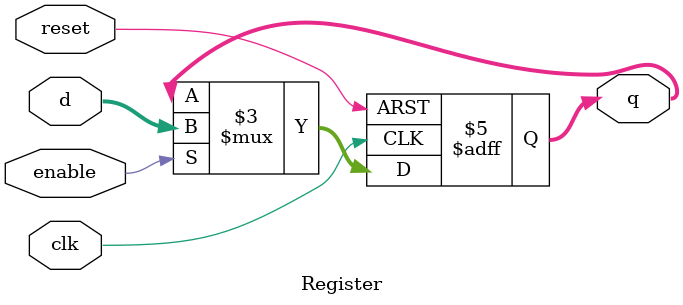
<source format=v>
module Register
#(
	parameter DATA_WIDTH = 32,
	parameter RESET_VALUE = 0
)
(
	input 								clk,
	input 								reset,
	input									enable,
	input			[DATA_WIDTH-1:0]	d,
	
	output reg	[DATA_WIDTH-1:0]	q	
);

	always@(posedge clk, negedge reset) begin
		if (!reset)
			q <= RESET_VALUE;
		else if (enable)
			q <= d;
	end
endmodule

</source>
